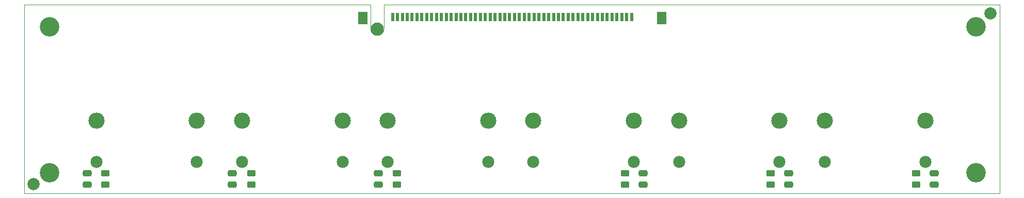
<source format=gbr>
%TF.GenerationSoftware,KiCad,Pcbnew,(7.0.0)*%
%TF.CreationDate,2023-07-14T10:40:59+02:00*%
%TF.ProjectId,RD53B_Quad_6DP_to_ERF8_Data_Adapter,52443533-425f-4517-9561-645f3644505f,V1*%
%TF.SameCoordinates,PX1767f18PY451e560*%
%TF.FileFunction,Soldermask,Bot*%
%TF.FilePolarity,Negative*%
%FSLAX46Y46*%
G04 Gerber Fmt 4.6, Leading zero omitted, Abs format (unit mm)*
G04 Created by KiCad (PCBNEW (7.0.0)) date 2023-07-14 10:40:59*
%MOMM*%
%LPD*%
G01*
G04 APERTURE LIST*
G04 Aperture macros list*
%AMRoundRect*
0 Rectangle with rounded corners*
0 $1 Rounding radius*
0 $2 $3 $4 $5 $6 $7 $8 $9 X,Y pos of 4 corners*
0 Add a 4 corners polygon primitive as box body*
4,1,4,$2,$3,$4,$5,$6,$7,$8,$9,$2,$3,0*
0 Add four circle primitives for the rounded corners*
1,1,$1+$1,$2,$3*
1,1,$1+$1,$4,$5*
1,1,$1+$1,$6,$7*
1,1,$1+$1,$8,$9*
0 Add four rect primitives between the rounded corners*
20,1,$1+$1,$2,$3,$4,$5,0*
20,1,$1+$1,$4,$5,$6,$7,0*
20,1,$1+$1,$6,$7,$8,$9,0*
20,1,$1+$1,$8,$9,$2,$3,0*%
G04 Aperture macros list end*
%ADD10C,3.200000*%
%ADD11C,0.001000*%
%ADD12C,2.660000*%
%ADD13C,1.982000*%
%ADD14C,2.100000*%
%ADD15R,0.500000X1.480000*%
%ADD16R,1.500000X2.000000*%
%ADD17C,2.000000*%
%ADD18RoundRect,0.250000X-0.475000X0.250000X-0.475000X-0.250000X0.475000X-0.250000X0.475000X0.250000X0*%
%ADD19RoundRect,0.250000X-0.450000X0.262500X-0.450000X-0.262500X0.450000X-0.262500X0.450000X0.262500X0*%
%TA.AperFunction,Profile*%
%ADD20C,0.010000*%
%TD*%
G04 APERTURE END LIST*
D10*
%TO.C,*%
X4118000Y3335000D03*
%TD*%
D11*
%TO.C,J4*%
X91732000Y4405000D03*
D12*
X83482000Y11965000D03*
D13*
X83482000Y5185000D03*
X99982000Y5185000D03*
D12*
X99982000Y11965000D03*
%TD*%
D11*
%TO.C,J2*%
X43934000Y4406000D03*
D12*
X35684000Y11966000D03*
D13*
X35684000Y5186000D03*
X52184000Y5186000D03*
D12*
X52184000Y11966000D03*
%TD*%
D14*
%TO.C,J7*%
X57888000Y27005000D03*
D15*
X60397999Y28944999D03*
X61197999Y28944999D03*
X61997999Y28944999D03*
X62797999Y28944999D03*
X63597999Y28944999D03*
X64397999Y28944999D03*
X65197999Y28944999D03*
X65997999Y28944999D03*
X66797999Y28944999D03*
X67597999Y28944999D03*
X68397999Y28944999D03*
X69197999Y28944999D03*
X69997999Y28944999D03*
X70797999Y28944999D03*
X71597999Y28944999D03*
X72397999Y28944999D03*
X73197999Y28944999D03*
X73997999Y28944999D03*
X74797999Y28944999D03*
X75597999Y28944999D03*
X76397999Y28944999D03*
X77197999Y28944999D03*
X77997999Y28944999D03*
X78797999Y28944999D03*
X79597999Y28944999D03*
X80397999Y28944999D03*
X81197999Y28944999D03*
X81997999Y28944999D03*
X82797999Y28944999D03*
X83597999Y28944999D03*
X84397999Y28944999D03*
X85197999Y28944999D03*
X85997999Y28944999D03*
X86797999Y28944999D03*
X87597999Y28944999D03*
X88397999Y28944999D03*
X89197999Y28944999D03*
X89997999Y28944999D03*
X90797999Y28944999D03*
X91597999Y28944999D03*
X92397999Y28944999D03*
X93197999Y28944999D03*
X93997999Y28944999D03*
X94797999Y28944999D03*
X95597999Y28944999D03*
X96397999Y28944999D03*
X97197999Y28944999D03*
X97997999Y28944999D03*
X98797999Y28944999D03*
X99597999Y28944999D03*
D16*
X55497999Y28804999D03*
X104497999Y28804999D03*
%TD*%
D11*
%TO.C,J6*%
X139528000Y4405000D03*
D12*
X131278000Y11965000D03*
D13*
X131278000Y5185000D03*
X147778000Y5185000D03*
D12*
X147778000Y11965000D03*
%TD*%
D10*
%TO.C,*%
X4118000Y27335000D03*
%TD*%
D11*
%TO.C,J5*%
X115630000Y4405000D03*
D12*
X107380000Y11965000D03*
D13*
X107380000Y5185000D03*
X123880000Y5185000D03*
D12*
X123880000Y11965000D03*
%TD*%
D11*
%TO.C,J3*%
X67834000Y4405000D03*
D12*
X59584000Y11965000D03*
D13*
X59584000Y5185000D03*
X76084000Y5185000D03*
D12*
X76084000Y11965000D03*
%TD*%
D10*
%TO.C,*%
X156118000Y3335000D03*
%TD*%
D11*
%TO.C,J1*%
X20038000Y4405000D03*
D12*
X11788000Y11965000D03*
D13*
X11788000Y5185000D03*
X28288000Y5185000D03*
D12*
X28288000Y11965000D03*
%TD*%
D10*
%TO.C,*%
X156118000Y27335000D03*
%TD*%
D17*
%TO.C,REF_Bottom*%
X158434000Y29538000D03*
%TD*%
D18*
%TO.C,C12*%
X149278000Y3285000D03*
X149278000Y1385000D03*
%TD*%
D19*
%TO.C,R3*%
X61084000Y3247500D03*
X61084000Y1422500D03*
%TD*%
%TO.C,R6*%
X146278000Y3247500D03*
X146278000Y1422500D03*
%TD*%
%TO.C,R4*%
X98482000Y3247500D03*
X98482000Y1422500D03*
%TD*%
D17*
%TO.C,REF_Bottom*%
X1487000Y1524000D03*
%TD*%
D19*
%TO.C,R2*%
X37184000Y3247500D03*
X37184000Y1422500D03*
%TD*%
%TO.C,R1*%
X13288000Y3247500D03*
X13288000Y1422500D03*
%TD*%
D18*
%TO.C,C8*%
X34125000Y3285000D03*
X34125000Y1385000D03*
%TD*%
%TO.C,C7*%
X10288000Y3285000D03*
X10288000Y1385000D03*
%TD*%
%TO.C,C9*%
X58084000Y3285000D03*
X58084000Y1385000D03*
%TD*%
D19*
%TO.C,R5*%
X122380000Y3247500D03*
X122380000Y1422500D03*
%TD*%
D18*
%TO.C,C11*%
X125380000Y3285000D03*
X125380000Y1385000D03*
%TD*%
%TO.C,C10*%
X101482000Y3285000D03*
X101482000Y1385000D03*
%TD*%
D20*
X-2000Y31005000D02*
X-2000Y5000D01*
X159998000Y31005000D02*
X159998000Y5000D01*
X105998000Y31005000D02*
X159998000Y31005000D01*
X53998000Y31005000D02*
X-2000Y31005000D01*
X-2000Y5000D02*
X159998000Y5000D01*
%TO.C,J7*%
X56778000Y31005000D02*
X53998000Y31005000D01*
X56778000Y27005000D02*
X56778000Y31005000D01*
X58998000Y31005000D02*
X58998000Y27005000D01*
X105998000Y31005000D02*
X58998000Y31005000D01*
X56778000Y27005000D02*
G75*
G03*
X57888000Y25895000I1109998J-2D01*
G01*
X57888000Y25895000D02*
G75*
G03*
X58998000Y27005000I2J1109998D01*
G01*
%TD*%
M02*

</source>
